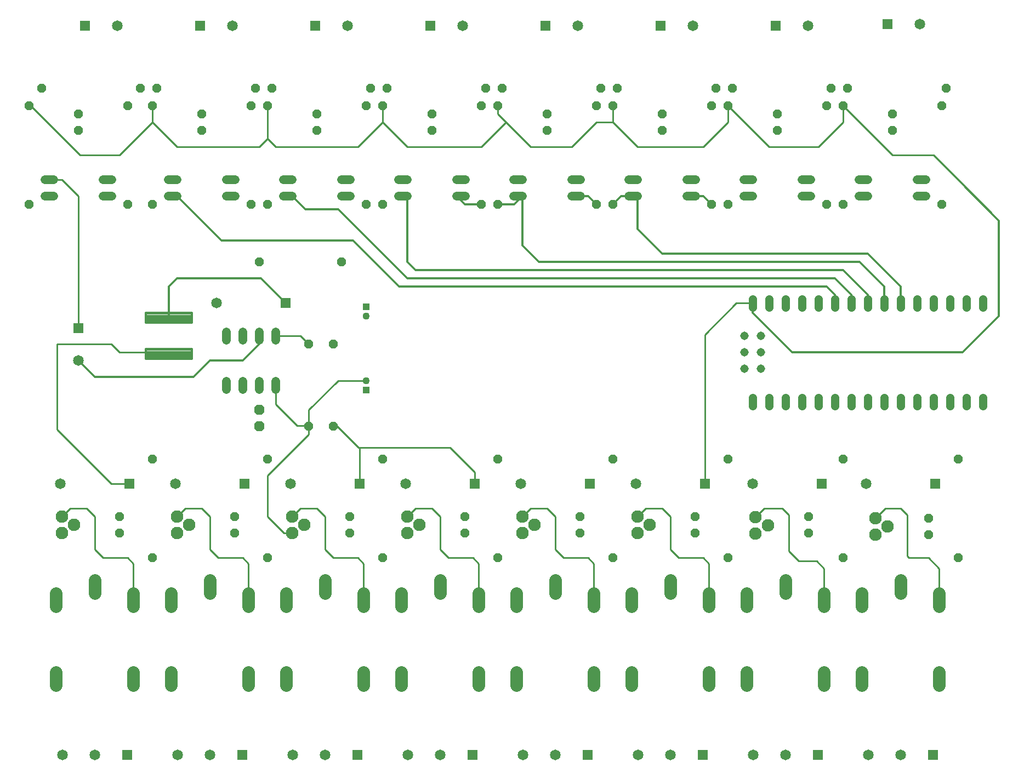
<source format=gbr>
G04 EAGLE Gerber RS-274X export*
G75*
%MOMM*%
%FSLAX34Y34*%
%LPD*%
%INTop Copper*%
%IPPOS*%
%AMOC8*
5,1,8,0,0,1.08239X$1,22.5*%
G01*
G04 Define Apertures*
%ADD10C,1.108000*%
%ADD11R,1.108000X1.108000*%
%ADD12P,1.73204X8X292.5*%
%ADD13C,1.650000*%
%ADD14R,1.650000X1.650000*%
%ADD15C,1.320800*%
%ADD16C,1.981200*%
%ADD17C,0.380000*%
%ADD18P,1.42962X8X292.5*%
%ADD19P,1.42962X8X22.5*%
%ADD20P,1.42962X8X112.5*%
%ADD21P,1.42962X8X202.5*%
%ADD22C,1.930400*%
%ADD23C,1.308000*%
%ADD24C,1.308000*%
%ADD25C,0.304800*%
%ADD26C,0.254000*%
D10*
X558800Y693300D03*
D11*
X558800Y678300D03*
D10*
X558800Y792600D03*
D11*
X558800Y807600D03*
D12*
X393700Y647700D03*
X393700Y622300D03*
D13*
X328000Y812800D03*
D14*
X434000Y812800D03*
D13*
X1331300Y533400D03*
D14*
X1437300Y533400D03*
D13*
X1156040Y533400D03*
D14*
X1262040Y533400D03*
D13*
X975700Y533400D03*
D14*
X1081700Y533400D03*
D13*
X797900Y533400D03*
D14*
X903900Y533400D03*
D13*
X620100Y533400D03*
D14*
X726100Y533400D03*
D13*
X442300Y533400D03*
D14*
X548300Y533400D03*
D13*
X264500Y533400D03*
D14*
X370500Y533400D03*
D13*
X86700Y533400D03*
D14*
X192700Y533400D03*
D15*
X342900Y679196D02*
X342900Y692404D01*
X368300Y692404D02*
X368300Y679196D01*
X393700Y679196D02*
X393700Y692404D01*
X419100Y692404D02*
X419100Y679196D01*
X419100Y755396D02*
X419100Y768604D01*
X393700Y768604D02*
X393700Y755396D01*
X368300Y755396D02*
X368300Y768604D01*
X342900Y768604D02*
X342900Y755396D01*
D14*
X1078700Y114300D03*
D13*
X1028700Y114300D03*
X978700Y114300D03*
D14*
X900900Y114300D03*
D13*
X850900Y114300D03*
X800900Y114300D03*
D14*
X723100Y114300D03*
D13*
X673100Y114300D03*
X623100Y114300D03*
D14*
X545300Y114300D03*
D13*
X495300Y114300D03*
X445300Y114300D03*
D14*
X367500Y114300D03*
D13*
X317500Y114300D03*
X267500Y114300D03*
D14*
X189700Y114300D03*
D13*
X139700Y114300D03*
X89700Y114300D03*
D14*
X1363745Y1244420D03*
D13*
X1413745Y1244420D03*
D14*
X1191025Y1241880D03*
D13*
X1241025Y1241880D03*
D14*
X1013225Y1241880D03*
D13*
X1063225Y1241880D03*
D14*
X835425Y1241880D03*
D13*
X885425Y1241880D03*
D14*
X657625Y1241880D03*
D13*
X707625Y1241880D03*
D14*
X479825Y1241880D03*
D13*
X529825Y1241880D03*
D14*
X302025Y1241880D03*
D13*
X352025Y1241880D03*
D14*
X124225Y1241880D03*
D13*
X174225Y1241880D03*
D14*
X114300Y774300D03*
D13*
X114300Y724300D03*
D14*
X1434300Y114300D03*
D13*
X1384300Y114300D03*
X1334300Y114300D03*
D14*
X1256500Y114300D03*
D13*
X1206500Y114300D03*
X1156500Y114300D03*
D16*
X1206500Y364744D02*
X1206500Y384556D01*
X1146810Y364236D02*
X1146810Y344424D01*
X1266190Y344424D02*
X1266190Y364236D01*
X1266190Y242316D02*
X1266190Y222504D01*
X1146810Y222504D02*
X1146810Y242316D01*
X1384300Y364744D02*
X1384300Y384556D01*
X1324610Y364236D02*
X1324610Y344424D01*
X1443990Y344424D02*
X1443990Y364236D01*
X1443990Y242316D02*
X1443990Y222504D01*
X1324610Y222504D02*
X1324610Y242316D01*
X1028700Y364744D02*
X1028700Y384556D01*
X969010Y364236D02*
X969010Y344424D01*
X1088390Y344424D02*
X1088390Y364236D01*
X1088390Y242316D02*
X1088390Y222504D01*
X969010Y222504D02*
X969010Y242316D01*
X850900Y364744D02*
X850900Y384556D01*
X791210Y364236D02*
X791210Y344424D01*
X910590Y344424D02*
X910590Y364236D01*
X910590Y242316D02*
X910590Y222504D01*
X791210Y222504D02*
X791210Y242316D01*
X673100Y364744D02*
X673100Y384556D01*
X613410Y364236D02*
X613410Y344424D01*
X732790Y344424D02*
X732790Y364236D01*
X732790Y242316D02*
X732790Y222504D01*
X613410Y222504D02*
X613410Y242316D01*
X495300Y364744D02*
X495300Y384556D01*
X435610Y364236D02*
X435610Y344424D01*
X554990Y344424D02*
X554990Y364236D01*
X554990Y242316D02*
X554990Y222504D01*
X435610Y222504D02*
X435610Y242316D01*
X317500Y364744D02*
X317500Y384556D01*
X257810Y364236D02*
X257810Y344424D01*
X377190Y344424D02*
X377190Y364236D01*
X377190Y242316D02*
X377190Y222504D01*
X257810Y222504D02*
X257810Y242316D01*
X139700Y364744D02*
X139700Y384556D01*
X80010Y364236D02*
X80010Y344424D01*
X199390Y344424D02*
X199390Y364236D01*
X199390Y242316D02*
X199390Y222504D01*
X80010Y222504D02*
X80010Y242316D01*
D17*
X218400Y741600D02*
X289600Y741600D01*
X289600Y726400D01*
X218400Y726400D01*
X218400Y741600D01*
X218400Y730010D02*
X289600Y730010D01*
X289600Y733620D02*
X218400Y733620D01*
X218400Y737230D02*
X289600Y737230D01*
X289600Y740840D02*
X218400Y740840D01*
X218400Y797600D02*
X289600Y797600D01*
X289600Y782400D01*
X218400Y782400D01*
X218400Y797600D01*
X218400Y786010D02*
X289600Y786010D01*
X289600Y789620D02*
X218400Y789620D01*
X218400Y793230D02*
X289600Y793230D01*
X289600Y796840D02*
X218400Y796840D01*
D18*
X1371600Y1104900D03*
X1371600Y1079500D03*
X1193800Y1104900D03*
X1193800Y1079500D03*
X1016000Y1104900D03*
X1016000Y1079500D03*
X838200Y1104900D03*
X838200Y1079500D03*
X660400Y1104900D03*
X660400Y1079500D03*
X482600Y1104900D03*
X482600Y1079500D03*
X304800Y1104900D03*
X304800Y1079500D03*
X114300Y1104900D03*
X114300Y1079500D03*
X1427480Y480060D03*
X1427480Y454660D03*
X1242060Y482600D03*
X1242060Y457200D03*
X1066800Y482600D03*
X1066800Y457200D03*
X889000Y482600D03*
X889000Y457200D03*
X711200Y482600D03*
X711200Y457200D03*
X533400Y482600D03*
X533400Y457200D03*
X355600Y482600D03*
X355600Y457200D03*
X177800Y482600D03*
X177800Y457200D03*
D15*
X1409700Y977900D02*
X1422908Y977900D01*
X1422908Y1003300D02*
X1409700Y1003300D01*
X1333500Y1003300D02*
X1320292Y1003300D01*
X1320292Y977900D02*
X1333500Y977900D01*
X1245108Y977900D02*
X1231900Y977900D01*
X1231900Y1003300D02*
X1245108Y1003300D01*
X1155700Y1003300D02*
X1142492Y1003300D01*
X1142492Y977900D02*
X1155700Y977900D01*
X1067308Y977900D02*
X1054100Y977900D01*
X1054100Y1003300D02*
X1067308Y1003300D01*
X977900Y1003300D02*
X964692Y1003300D01*
X964692Y977900D02*
X977900Y977900D01*
X889508Y977900D02*
X876300Y977900D01*
X876300Y1003300D02*
X889508Y1003300D01*
X800100Y1003300D02*
X786892Y1003300D01*
X786892Y977900D02*
X800100Y977900D01*
X711708Y977900D02*
X698500Y977900D01*
X698500Y1003300D02*
X711708Y1003300D01*
X622300Y1003300D02*
X609092Y1003300D01*
X609092Y977900D02*
X622300Y977900D01*
X533908Y977900D02*
X520700Y977900D01*
X520700Y1003300D02*
X533908Y1003300D01*
X444500Y1003300D02*
X431292Y1003300D01*
X431292Y977900D02*
X444500Y977900D01*
X356108Y977900D02*
X342900Y977900D01*
X342900Y1003300D02*
X356108Y1003300D01*
X266700Y1003300D02*
X253492Y1003300D01*
X253492Y977900D02*
X266700Y977900D01*
X165608Y977900D02*
X152400Y977900D01*
X152400Y1003300D02*
X165608Y1003300D01*
X76200Y1003300D02*
X62992Y1003300D01*
X62992Y977900D02*
X76200Y977900D01*
D18*
X939800Y571500D03*
X939800Y419100D03*
X762000Y571500D03*
X762000Y419100D03*
X584200Y571500D03*
X584200Y419100D03*
X406400Y571500D03*
X406400Y419100D03*
X228600Y571500D03*
X228600Y419100D03*
D19*
X1302177Y1144642D03*
X1454577Y1144642D03*
D20*
X1447800Y965200D03*
X1447800Y1117600D03*
D18*
X1295400Y1117600D03*
X1295400Y965200D03*
D19*
X1124377Y1144642D03*
X1276777Y1144642D03*
D20*
X1270000Y965200D03*
X1270000Y1117600D03*
D18*
X1117600Y1117600D03*
X1117600Y965200D03*
D19*
X946577Y1144642D03*
X1098977Y1144642D03*
D20*
X1092200Y965200D03*
X1092200Y1117600D03*
D18*
X939800Y1117600D03*
X939800Y965200D03*
D19*
X768777Y1144642D03*
X921177Y1144642D03*
D20*
X914400Y965200D03*
X914400Y1117600D03*
D18*
X762000Y1117600D03*
X762000Y965200D03*
D19*
X590977Y1144642D03*
X743377Y1144642D03*
D20*
X736600Y965200D03*
X736600Y1117600D03*
D18*
X584200Y1117600D03*
X584200Y965200D03*
D19*
X413177Y1144642D03*
X565577Y1144642D03*
D20*
X558800Y965200D03*
X558800Y1117600D03*
D18*
X406400Y1117600D03*
X406400Y965200D03*
D19*
X235377Y1144642D03*
X387777Y1144642D03*
D20*
X381000Y965200D03*
X381000Y1117600D03*
D18*
X228600Y1117600D03*
X228600Y965200D03*
D19*
X57577Y1144642D03*
X209977Y1144642D03*
D20*
X190500Y965200D03*
X190500Y1117600D03*
D18*
X38100Y1117600D03*
X38100Y965200D03*
D21*
X520700Y876300D03*
X393700Y876300D03*
D20*
X469900Y622300D03*
X469900Y749300D03*
X508000Y622300D03*
X508000Y749300D03*
D18*
X1473200Y571500D03*
X1473200Y419100D03*
X1295400Y571500D03*
X1295400Y419100D03*
X1117600Y571500D03*
X1117600Y419100D03*
D22*
X1345185Y454660D03*
X1364235Y467360D03*
X1345185Y480060D03*
X1160273Y456693D03*
X1179323Y469393D03*
X1160273Y482093D03*
X977900Y457200D03*
X996950Y469900D03*
X977900Y482600D03*
X800100Y457200D03*
X819150Y469900D03*
X800100Y482600D03*
X622300Y457200D03*
X641350Y469900D03*
X622300Y482600D03*
X444500Y457200D03*
X463550Y469900D03*
X444500Y482600D03*
X266700Y457200D03*
X285750Y469900D03*
X266700Y482600D03*
X88900Y457200D03*
X107950Y469900D03*
X88900Y482600D03*
D23*
X1155700Y653860D02*
X1155700Y666940D01*
X1181100Y666940D02*
X1181100Y653860D01*
X1206500Y653860D02*
X1206500Y666940D01*
X1231900Y666940D02*
X1231900Y653860D01*
X1257300Y653860D02*
X1257300Y666940D01*
X1282700Y666940D02*
X1282700Y653860D01*
X1308100Y653860D02*
X1308100Y666940D01*
X1333500Y666940D02*
X1333500Y653860D01*
X1358900Y653860D02*
X1358900Y666940D01*
X1384300Y666940D02*
X1384300Y653860D01*
X1409700Y653860D02*
X1409700Y666940D01*
X1435100Y666940D02*
X1435100Y653860D01*
X1155700Y806260D02*
X1155700Y819340D01*
X1181100Y819340D02*
X1181100Y806260D01*
X1206500Y806260D02*
X1206500Y819340D01*
X1358900Y819340D02*
X1358900Y806260D01*
X1384300Y806260D02*
X1384300Y819340D01*
X1409700Y819340D02*
X1409700Y806260D01*
X1435100Y806260D02*
X1435100Y819340D01*
X1511300Y819340D02*
X1511300Y806260D01*
X1511300Y666940D02*
X1511300Y653860D01*
X1485900Y653860D02*
X1485900Y666940D01*
X1460500Y666940D02*
X1460500Y653860D01*
X1485900Y806260D02*
X1485900Y819340D01*
X1460500Y819340D02*
X1460500Y806260D01*
X1231900Y806260D02*
X1231900Y819340D01*
D24*
X1168400Y762000D03*
X1168400Y736600D03*
X1168400Y711200D03*
D23*
X1333500Y806260D02*
X1333500Y819340D01*
X1308100Y819340D02*
X1308100Y806260D01*
X1282700Y806260D02*
X1282700Y819340D01*
X1257300Y819340D02*
X1257300Y806260D01*
D24*
X1143000Y762000D03*
X1143000Y736600D03*
X1143000Y711200D03*
D25*
X1216900Y736600D02*
X1155700Y797800D01*
X1155700Y812800D01*
D26*
X254000Y734000D02*
X251460Y736540D01*
X177860Y736540D01*
X165100Y749300D01*
X81200Y749300D01*
X81200Y617300D01*
X165100Y533400D01*
X192700Y533400D01*
X1117600Y1117600D02*
X1181100Y1054100D01*
X1257300Y1054100D01*
X1295400Y1092200D01*
X1295400Y1117600D01*
X1371600Y1041400D01*
X1435100Y1041400D02*
X1473200Y1003300D01*
X1435100Y1041400D02*
X1371600Y1041400D01*
X1117600Y1092200D02*
X1117600Y1117600D01*
X1117600Y1092200D02*
X1079500Y1054100D01*
X977900Y1054100D01*
X939800Y1092200D01*
X939800Y1117600D01*
X939800Y1092200D02*
X914400Y1092200D01*
X876300Y1054100D01*
X812800Y1054100D01*
X774700Y1092200D01*
X762000Y1104900D01*
X762000Y1117600D01*
X774700Y1092200D02*
X736600Y1054100D01*
X622300Y1054100D02*
X584200Y1092200D01*
X584200Y1117600D01*
X622300Y1054100D02*
X736600Y1054100D01*
X584200Y1092200D02*
X546100Y1054100D01*
X419100Y1054100D02*
X406400Y1066800D01*
X406400Y1117600D01*
X419100Y1054100D02*
X546100Y1054100D01*
X406400Y1066800D02*
X393700Y1054100D01*
X266700Y1054100D01*
X228600Y1092200D01*
X228600Y1117600D01*
X228600Y1092200D02*
X177800Y1041400D01*
X116600Y1041400D01*
X40400Y1117600D01*
X38100Y1117600D01*
X1081700Y764200D02*
X1081700Y533400D01*
X1081700Y764200D02*
X1130300Y812800D01*
X1155700Y812800D01*
X688340Y589280D02*
X548640Y589280D01*
X547200Y589280D01*
X688340Y589280D02*
X726100Y551520D01*
X726100Y533400D01*
X514180Y622300D02*
X508000Y622300D01*
X514180Y622300D02*
X547200Y589280D01*
X548640Y589280D02*
X548640Y533740D01*
X548300Y533400D01*
D25*
X1473200Y1003300D02*
X1536206Y940294D01*
X1480200Y736600D02*
X1216900Y736600D01*
X1480200Y736600D02*
X1536206Y792607D01*
X1536206Y940294D01*
D26*
X1360425Y495300D02*
X1345185Y480060D01*
X1360425Y495300D02*
X1384300Y495300D01*
X1394460Y485140D01*
X1394460Y421640D01*
X1397000Y419100D01*
X1427480Y419100D01*
X1443990Y402590D01*
X1443990Y354330D01*
X1173480Y495300D02*
X1160273Y482093D01*
X1173480Y495300D02*
X1201420Y495300D01*
X1211580Y485140D01*
X1211580Y429260D01*
X1226820Y414020D01*
X1254760Y414020D01*
X1266190Y402590D01*
X1266190Y354330D01*
X990600Y495300D02*
X977900Y482600D01*
X990600Y495300D02*
X1016000Y495300D01*
X1028700Y482600D01*
X1028700Y431800D01*
X1041400Y419100D01*
X1079500Y419100D01*
X1088390Y410210D01*
X1088390Y354330D01*
X812800Y495300D02*
X800100Y482600D01*
X812800Y495300D02*
X838200Y495300D01*
X850900Y482600D01*
X850900Y431800D01*
X863600Y419100D01*
X901700Y419100D01*
X910590Y410210D01*
X910590Y354330D01*
X635000Y495300D02*
X622300Y482600D01*
X635000Y495300D02*
X660400Y495300D01*
X673100Y482600D01*
X673100Y431800D01*
X685800Y419100D01*
X723900Y419100D01*
X732790Y410210D01*
X732790Y354330D01*
X457200Y495300D02*
X444500Y482600D01*
X457200Y495300D02*
X482600Y495300D01*
X495300Y482600D01*
X495300Y431800D01*
X508000Y419100D01*
X546100Y419100D01*
X554990Y410210D01*
X554990Y354330D01*
X279400Y495300D02*
X266700Y482600D01*
X279400Y495300D02*
X304800Y495300D01*
X317500Y482600D01*
X317500Y431800D01*
X330200Y419100D01*
X368300Y419100D01*
X377190Y410210D01*
X377190Y354330D01*
X101600Y495300D02*
X88900Y482600D01*
X101600Y495300D02*
X127000Y495300D01*
X139700Y482600D01*
X139700Y431800D01*
X152400Y419100D01*
X190500Y419100D01*
X199390Y410210D01*
X199390Y354330D01*
D25*
X1054100Y977900D02*
X1079500Y977900D01*
X1092200Y965200D01*
X977900Y977900D02*
X977900Y927100D01*
X1016000Y889000D01*
X1333500Y889000D01*
X1384300Y838200D01*
X1384300Y812800D01*
X952500Y977900D02*
X939800Y965200D01*
X952500Y977900D02*
X977900Y977900D01*
X901700Y977900D02*
X876300Y977900D01*
X901700Y977900D02*
X914400Y965200D01*
X800100Y977900D02*
X800100Y901700D01*
X825500Y876300D01*
X1320800Y876300D01*
X1358900Y838200D01*
X1358900Y812800D01*
X800100Y977900D02*
X787400Y965200D01*
X762000Y965200D01*
X736600Y965200D02*
X711200Y965200D01*
X698500Y977900D01*
X622300Y977900D02*
X622300Y876300D01*
X635000Y863600D01*
X1295400Y863600D01*
X1333500Y825500D01*
X1333500Y812800D01*
X622300Y850900D02*
X515620Y957580D01*
X464820Y957580D01*
X444500Y977900D01*
X622300Y850900D02*
X1282700Y850900D01*
X1308100Y825500D01*
X1308100Y812800D01*
X335280Y909320D02*
X266700Y977900D01*
X335280Y909320D02*
X538480Y909320D01*
X609600Y838200D01*
X1270000Y838200D01*
X1282700Y825500D01*
X1282700Y812800D01*
X254000Y790000D02*
X254000Y838200D01*
X266700Y850900D01*
X395900Y850900D02*
X434000Y812800D01*
X395900Y850900D02*
X266700Y850900D01*
D26*
X419100Y762000D02*
X457200Y762000D01*
X469900Y749300D01*
D25*
X140100Y698500D02*
X114300Y724300D01*
X140100Y698500D02*
X228600Y698500D01*
X292100Y698500D01*
X317500Y723900D01*
X368300Y723900D01*
X393700Y749300D01*
X393700Y762000D01*
D26*
X431800Y457200D02*
X444500Y457200D01*
X431800Y457200D02*
X406400Y482600D01*
X406400Y546100D01*
X469900Y609600D02*
X469900Y622300D01*
X469900Y609600D02*
X406400Y546100D01*
X114300Y774300D02*
X114300Y977900D01*
X88900Y1003300D01*
X76200Y1003300D01*
X469900Y623570D02*
X469900Y622300D01*
X469900Y623570D02*
X469900Y647700D01*
X515500Y693300D01*
X558800Y693300D01*
X419100Y685800D02*
X419100Y656463D01*
X451993Y623570D01*
X469900Y623570D01*
M02*

</source>
